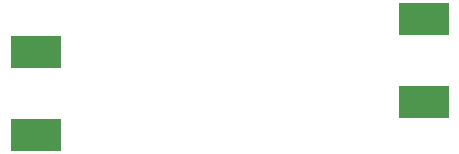
<source format=gbr>
G04 EAGLE Gerber RS-274X export*
G75*
%MOMM*%
%FSLAX34Y34*%
%LPD*%
%INSolderpaste Bottom*%
%IPPOS*%
%AMOC8*
5,1,8,0,0,1.08239X$1,22.5*%
G01*
%ADD10R,4.191000X2.667000*%


D10*
X31314Y81894D03*
X31314Y151786D03*
X359846Y179726D03*
X359846Y109834D03*
M02*

</source>
